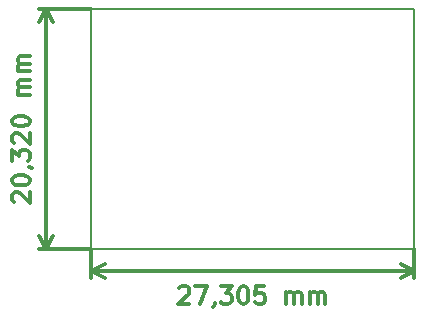
<source format=gbr>
%TF.GenerationSoftware,KiCad,Pcbnew,(5.0.0)*%
%TF.CreationDate,2018-10-05T06:04:53-03:00*%
%TF.ProjectId,LAVIGNA_GONZALO,4C415649474E415F474F4E5A414C4F2E,1*%
%TF.SameCoordinates,Original*%
%TF.FileFunction,Drawing*%
%FSLAX46Y46*%
G04 Gerber Fmt 4.6, Leading zero omitted, Abs format (unit mm)*
G04 Created by KiCad (PCBNEW (5.0.0)) date 10/05/18 06:04:53*
%MOMM*%
%LPD*%
G01*
G04 APERTURE LIST*
%ADD10C,0.300000*%
%ADD11C,0.150000*%
G04 APERTURE END LIST*
D10*
X121738214Y-85876428D02*
X121809642Y-85805000D01*
X121952500Y-85733571D01*
X122309642Y-85733571D01*
X122452500Y-85805000D01*
X122523928Y-85876428D01*
X122595357Y-86019285D01*
X122595357Y-86162142D01*
X122523928Y-86376428D01*
X121666785Y-87233571D01*
X122595357Y-87233571D01*
X123095357Y-85733571D02*
X124095357Y-85733571D01*
X123452500Y-87233571D01*
X124738214Y-87162142D02*
X124738214Y-87233571D01*
X124666785Y-87376428D01*
X124595357Y-87447857D01*
X125238214Y-85733571D02*
X126166785Y-85733571D01*
X125666785Y-86305000D01*
X125881071Y-86305000D01*
X126023928Y-86376428D01*
X126095357Y-86447857D01*
X126166785Y-86590714D01*
X126166785Y-86947857D01*
X126095357Y-87090714D01*
X126023928Y-87162142D01*
X125881071Y-87233571D01*
X125452500Y-87233571D01*
X125309642Y-87162142D01*
X125238214Y-87090714D01*
X127095357Y-85733571D02*
X127238214Y-85733571D01*
X127381071Y-85805000D01*
X127452500Y-85876428D01*
X127523928Y-86019285D01*
X127595357Y-86305000D01*
X127595357Y-86662142D01*
X127523928Y-86947857D01*
X127452500Y-87090714D01*
X127381071Y-87162142D01*
X127238214Y-87233571D01*
X127095357Y-87233571D01*
X126952500Y-87162142D01*
X126881071Y-87090714D01*
X126809642Y-86947857D01*
X126738214Y-86662142D01*
X126738214Y-86305000D01*
X126809642Y-86019285D01*
X126881071Y-85876428D01*
X126952500Y-85805000D01*
X127095357Y-85733571D01*
X128952500Y-85733571D02*
X128238214Y-85733571D01*
X128166785Y-86447857D01*
X128238214Y-86376428D01*
X128381071Y-86305000D01*
X128738214Y-86305000D01*
X128881071Y-86376428D01*
X128952500Y-86447857D01*
X129023928Y-86590714D01*
X129023928Y-86947857D01*
X128952500Y-87090714D01*
X128881071Y-87162142D01*
X128738214Y-87233571D01*
X128381071Y-87233571D01*
X128238214Y-87162142D01*
X128166785Y-87090714D01*
X130809642Y-87233571D02*
X130809642Y-86233571D01*
X130809642Y-86376428D02*
X130881071Y-86305000D01*
X131023928Y-86233571D01*
X131238214Y-86233571D01*
X131381071Y-86305000D01*
X131452500Y-86447857D01*
X131452500Y-87233571D01*
X131452500Y-86447857D02*
X131523928Y-86305000D01*
X131666785Y-86233571D01*
X131881071Y-86233571D01*
X132023928Y-86305000D01*
X132095357Y-86447857D01*
X132095357Y-87233571D01*
X132809642Y-87233571D02*
X132809642Y-86233571D01*
X132809642Y-86376428D02*
X132881071Y-86305000D01*
X133023928Y-86233571D01*
X133238214Y-86233571D01*
X133381071Y-86305000D01*
X133452500Y-86447857D01*
X133452500Y-87233571D01*
X133452500Y-86447857D02*
X133523928Y-86305000D01*
X133666785Y-86233571D01*
X133881071Y-86233571D01*
X134023928Y-86305000D01*
X134095357Y-86447857D01*
X134095357Y-87233571D01*
X114300000Y-84455000D02*
X141605000Y-84455000D01*
X114300000Y-82550000D02*
X114300000Y-85041421D01*
X141605000Y-82550000D02*
X141605000Y-85041421D01*
X141605000Y-84455000D02*
X140478496Y-85041421D01*
X141605000Y-84455000D02*
X140478496Y-83868579D01*
X114300000Y-84455000D02*
X115426504Y-85041421D01*
X114300000Y-84455000D02*
X115426504Y-83868579D01*
X107711428Y-78604285D02*
X107640000Y-78532857D01*
X107568571Y-78390000D01*
X107568571Y-78032857D01*
X107640000Y-77890000D01*
X107711428Y-77818571D01*
X107854285Y-77747142D01*
X107997142Y-77747142D01*
X108211428Y-77818571D01*
X109068571Y-78675714D01*
X109068571Y-77747142D01*
X107568571Y-76818571D02*
X107568571Y-76675714D01*
X107640000Y-76532857D01*
X107711428Y-76461428D01*
X107854285Y-76390000D01*
X108140000Y-76318571D01*
X108497142Y-76318571D01*
X108782857Y-76390000D01*
X108925714Y-76461428D01*
X108997142Y-76532857D01*
X109068571Y-76675714D01*
X109068571Y-76818571D01*
X108997142Y-76961428D01*
X108925714Y-77032857D01*
X108782857Y-77104285D01*
X108497142Y-77175714D01*
X108140000Y-77175714D01*
X107854285Y-77104285D01*
X107711428Y-77032857D01*
X107640000Y-76961428D01*
X107568571Y-76818571D01*
X108997142Y-75604285D02*
X109068571Y-75604285D01*
X109211428Y-75675714D01*
X109282857Y-75747142D01*
X107568571Y-75104285D02*
X107568571Y-74175714D01*
X108140000Y-74675714D01*
X108140000Y-74461428D01*
X108211428Y-74318571D01*
X108282857Y-74247142D01*
X108425714Y-74175714D01*
X108782857Y-74175714D01*
X108925714Y-74247142D01*
X108997142Y-74318571D01*
X109068571Y-74461428D01*
X109068571Y-74890000D01*
X108997142Y-75032857D01*
X108925714Y-75104285D01*
X107711428Y-73604285D02*
X107640000Y-73532857D01*
X107568571Y-73390000D01*
X107568571Y-73032857D01*
X107640000Y-72890000D01*
X107711428Y-72818571D01*
X107854285Y-72747142D01*
X107997142Y-72747142D01*
X108211428Y-72818571D01*
X109068571Y-73675714D01*
X109068571Y-72747142D01*
X107568571Y-71818571D02*
X107568571Y-71675714D01*
X107640000Y-71532857D01*
X107711428Y-71461428D01*
X107854285Y-71390000D01*
X108140000Y-71318571D01*
X108497142Y-71318571D01*
X108782857Y-71390000D01*
X108925714Y-71461428D01*
X108997142Y-71532857D01*
X109068571Y-71675714D01*
X109068571Y-71818571D01*
X108997142Y-71961428D01*
X108925714Y-72032857D01*
X108782857Y-72104285D01*
X108497142Y-72175714D01*
X108140000Y-72175714D01*
X107854285Y-72104285D01*
X107711428Y-72032857D01*
X107640000Y-71961428D01*
X107568571Y-71818571D01*
X109068571Y-69532857D02*
X108068571Y-69532857D01*
X108211428Y-69532857D02*
X108140000Y-69461428D01*
X108068571Y-69318571D01*
X108068571Y-69104285D01*
X108140000Y-68961428D01*
X108282857Y-68890000D01*
X109068571Y-68890000D01*
X108282857Y-68890000D02*
X108140000Y-68818571D01*
X108068571Y-68675714D01*
X108068571Y-68461428D01*
X108140000Y-68318571D01*
X108282857Y-68247142D01*
X109068571Y-68247142D01*
X109068571Y-67532857D02*
X108068571Y-67532857D01*
X108211428Y-67532857D02*
X108140000Y-67461428D01*
X108068571Y-67318571D01*
X108068571Y-67104285D01*
X108140000Y-66961428D01*
X108282857Y-66890000D01*
X109068571Y-66890000D01*
X108282857Y-66890000D02*
X108140000Y-66818571D01*
X108068571Y-66675714D01*
X108068571Y-66461428D01*
X108140000Y-66318571D01*
X108282857Y-66247142D01*
X109068571Y-66247142D01*
X110490000Y-82550000D02*
X110490000Y-62230000D01*
X114300000Y-82550000D02*
X109903579Y-82550000D01*
X114300000Y-62230000D02*
X109903579Y-62230000D01*
X110490000Y-62230000D02*
X111076421Y-63356504D01*
X110490000Y-62230000D02*
X109903579Y-63356504D01*
X110490000Y-82550000D02*
X111076421Y-81423496D01*
X110490000Y-82550000D02*
X109903579Y-81423496D01*
D11*
X114300000Y-82550000D02*
X114300000Y-62230000D01*
X141605000Y-82550000D02*
X114300000Y-82550000D01*
X141605000Y-62230000D02*
X141605000Y-82550000D01*
X114300000Y-62230000D02*
X141605000Y-62230000D01*
M02*

</source>
